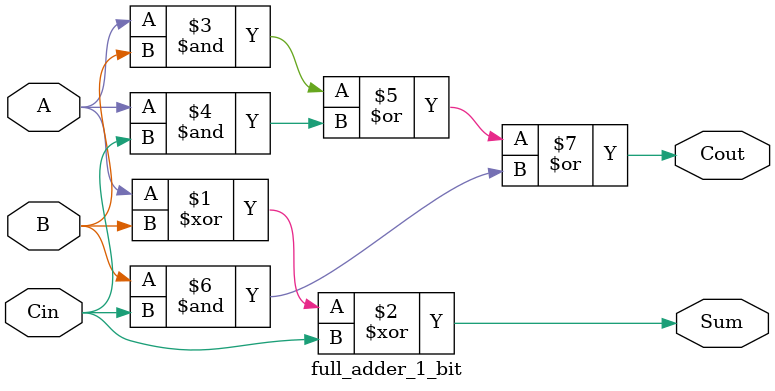
<source format=sv>
module full_adder_1_bit(
	input logic A, B, Cin,
	output logic Sum, Cout
);

	assign Sum  = A ^ B ^ Cin;
	assign Cout = (A & B)|(A & Cin)|(B & Cin);

endmodule
</source>
